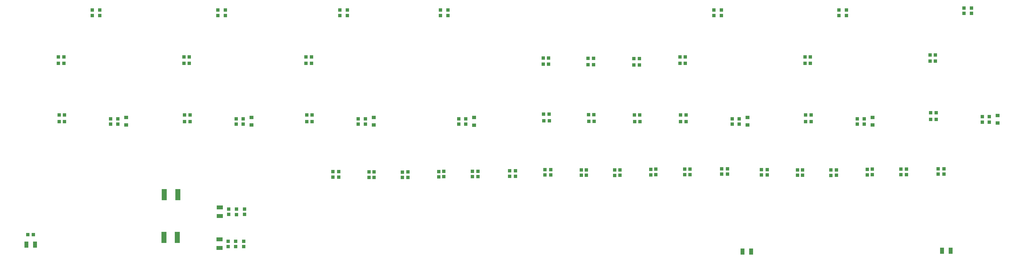
<source format=gbp>
G04 Layer_Color=128*
%FSLAX25Y25*%
%MOIN*%
G70*
G01*
G75*
%ADD11R,0.07480X0.04724*%
%ADD12R,0.04724X0.07480*%
%ADD13R,0.04331X0.04331*%
%ADD14R,0.04331X0.04331*%
%ADD51R,0.05905X0.13780*%
%ADD52R,0.05118X0.04331*%
D11*
X326000Y42000D02*
D03*
Y52236D02*
D03*
X326500Y80264D02*
D03*
Y90500D02*
D03*
D12*
X953382Y37500D02*
D03*
X963618D02*
D03*
X1192882Y38500D02*
D03*
X1203118D02*
D03*
X104618Y46000D02*
D03*
X94382D02*
D03*
D13*
X356000Y82252D02*
D03*
Y88748D02*
D03*
X336500Y43500D02*
D03*
Y49996D02*
D03*
X345500Y43504D02*
D03*
Y50000D02*
D03*
X355000Y43504D02*
D03*
Y50000D02*
D03*
X346500Y82004D02*
D03*
Y88500D02*
D03*
X337000Y82252D02*
D03*
Y88748D02*
D03*
X674004Y134496D02*
D03*
Y128000D02*
D03*
X681004Y134496D02*
D03*
Y128000D02*
D03*
X636004Y127500D02*
D03*
Y133996D02*
D03*
X629504Y127500D02*
D03*
Y133996D02*
D03*
X595004D02*
D03*
Y127500D02*
D03*
X589004Y133748D02*
D03*
Y127252D02*
D03*
X552004Y126752D02*
D03*
Y133248D02*
D03*
X545504Y126500D02*
D03*
Y132996D02*
D03*
X511504Y133248D02*
D03*
Y126752D02*
D03*
X505504Y133248D02*
D03*
Y126752D02*
D03*
X469004Y127000D02*
D03*
Y133496D02*
D03*
X462004Y127000D02*
D03*
Y133496D02*
D03*
X1188000Y136996D02*
D03*
Y130500D02*
D03*
X1195000Y136996D02*
D03*
Y130500D02*
D03*
X928500Y136996D02*
D03*
Y130500D02*
D03*
X935500Y136996D02*
D03*
Y130500D02*
D03*
X1150000Y130000D02*
D03*
Y136496D02*
D03*
X1143500Y130000D02*
D03*
Y136496D02*
D03*
X890500Y130000D02*
D03*
Y136496D02*
D03*
X884000Y130000D02*
D03*
Y136496D02*
D03*
X1109000D02*
D03*
Y130000D02*
D03*
X1103000Y136248D02*
D03*
Y129752D02*
D03*
X849500Y136496D02*
D03*
Y130000D02*
D03*
X843500Y136248D02*
D03*
Y129752D02*
D03*
X1066000Y129252D02*
D03*
Y135748D02*
D03*
X1059500Y129000D02*
D03*
Y135496D02*
D03*
X806500Y129252D02*
D03*
Y135748D02*
D03*
X800000Y129000D02*
D03*
Y135496D02*
D03*
X1025500Y135748D02*
D03*
Y129252D02*
D03*
X1019500Y135748D02*
D03*
Y129252D02*
D03*
X766000Y135748D02*
D03*
Y129252D02*
D03*
X760000Y135748D02*
D03*
Y129252D02*
D03*
X983000Y129500D02*
D03*
Y135996D02*
D03*
X976000Y129500D02*
D03*
Y135996D02*
D03*
X723500Y129500D02*
D03*
Y135996D02*
D03*
X716500Y129500D02*
D03*
Y135996D02*
D03*
X479528Y327500D02*
D03*
Y321004D02*
D03*
X470528Y327500D02*
D03*
Y321004D02*
D03*
X492528Y196996D02*
D03*
Y190500D02*
D03*
X501028Y196996D02*
D03*
Y190500D02*
D03*
X333000Y327500D02*
D03*
Y321004D02*
D03*
X324000Y327500D02*
D03*
Y321004D02*
D03*
X346000Y196996D02*
D03*
Y190500D02*
D03*
X354500Y196996D02*
D03*
Y190500D02*
D03*
X182500Y327500D02*
D03*
Y321004D02*
D03*
X173500Y327500D02*
D03*
Y321004D02*
D03*
X195500Y196996D02*
D03*
Y190500D02*
D03*
X204000Y196996D02*
D03*
Y190500D02*
D03*
X600000Y327472D02*
D03*
Y320976D02*
D03*
X591000Y327472D02*
D03*
Y320976D02*
D03*
X613000Y196968D02*
D03*
Y190472D02*
D03*
X621500Y196968D02*
D03*
Y190472D02*
D03*
X1228000Y330000D02*
D03*
Y323504D02*
D03*
X1219000Y330000D02*
D03*
Y323504D02*
D03*
X1241000Y199496D02*
D03*
Y193000D02*
D03*
X1249500Y199496D02*
D03*
Y193000D02*
D03*
X928028Y327500D02*
D03*
Y321004D02*
D03*
X919028Y327500D02*
D03*
Y321004D02*
D03*
X941028Y196996D02*
D03*
Y190500D02*
D03*
X949528Y196996D02*
D03*
Y190500D02*
D03*
X1078028Y327500D02*
D03*
Y321004D02*
D03*
X1069028Y327500D02*
D03*
Y321004D02*
D03*
X1091028Y196996D02*
D03*
Y190500D02*
D03*
X1099528Y196996D02*
D03*
Y190500D02*
D03*
D14*
X102748Y58000D02*
D03*
X96252D02*
D03*
X430652Y201696D02*
D03*
X437148D02*
D03*
X436396Y263696D02*
D03*
X429900D02*
D03*
X430652Y193696D02*
D03*
X437148D02*
D03*
X436396Y271296D02*
D03*
X429900D02*
D03*
X284124Y201696D02*
D03*
X290620D02*
D03*
X289868Y263696D02*
D03*
X283372D02*
D03*
X284124Y193696D02*
D03*
X290620D02*
D03*
X289868Y271296D02*
D03*
X283372D02*
D03*
X133624Y201696D02*
D03*
X140120D02*
D03*
X139368Y263696D02*
D03*
X132872D02*
D03*
X133624Y193696D02*
D03*
X140120D02*
D03*
X139368Y271296D02*
D03*
X132872D02*
D03*
X823752Y201748D02*
D03*
X830248D02*
D03*
X829748Y269248D02*
D03*
X823252D02*
D03*
X824004Y193748D02*
D03*
X830500D02*
D03*
X829748Y261748D02*
D03*
X823252D02*
D03*
X768748Y201996D02*
D03*
X775244D02*
D03*
X774744Y269496D02*
D03*
X768248D02*
D03*
X769000Y193996D02*
D03*
X775496D02*
D03*
X774744Y261996D02*
D03*
X768248D02*
D03*
X714870Y202500D02*
D03*
X721366D02*
D03*
X720866Y270000D02*
D03*
X714370D02*
D03*
X715122Y194500D02*
D03*
X721618D02*
D03*
X720866Y262500D02*
D03*
X714370D02*
D03*
X1179124Y204196D02*
D03*
X1185620D02*
D03*
X1184869Y266196D02*
D03*
X1178372D02*
D03*
X1179124Y196196D02*
D03*
X1185620D02*
D03*
X1184869Y273796D02*
D03*
X1178372D02*
D03*
X879152Y201696D02*
D03*
X885648D02*
D03*
X884896Y263696D02*
D03*
X878400D02*
D03*
X879152Y193696D02*
D03*
X885648D02*
D03*
X884896Y271296D02*
D03*
X878400D02*
D03*
X1029152Y201696D02*
D03*
X1035648D02*
D03*
X1034896Y263696D02*
D03*
X1028400D02*
D03*
X1029152Y193696D02*
D03*
X1035648D02*
D03*
X1034896Y271296D02*
D03*
X1028400D02*
D03*
D51*
X276071Y106000D02*
D03*
X259929D02*
D03*
X275571Y54500D02*
D03*
X259429D02*
D03*
D52*
X511028Y189472D02*
D03*
Y198528D02*
D03*
X364500Y189472D02*
D03*
Y198528D02*
D03*
X214000Y189472D02*
D03*
Y198528D02*
D03*
X631500Y189445D02*
D03*
Y198500D02*
D03*
X1259500Y191972D02*
D03*
Y201028D02*
D03*
X959528Y189472D02*
D03*
Y198528D02*
D03*
X1109528Y189472D02*
D03*
Y198528D02*
D03*
M02*

</source>
